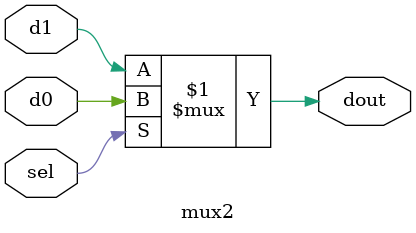
<source format=sv>
module mux2 (
    input   logic   d0, d1,
    input   logic   sel,
    output  logic   dout
);

assign dout = sel ? d0 : d1;
endmodule

</source>
